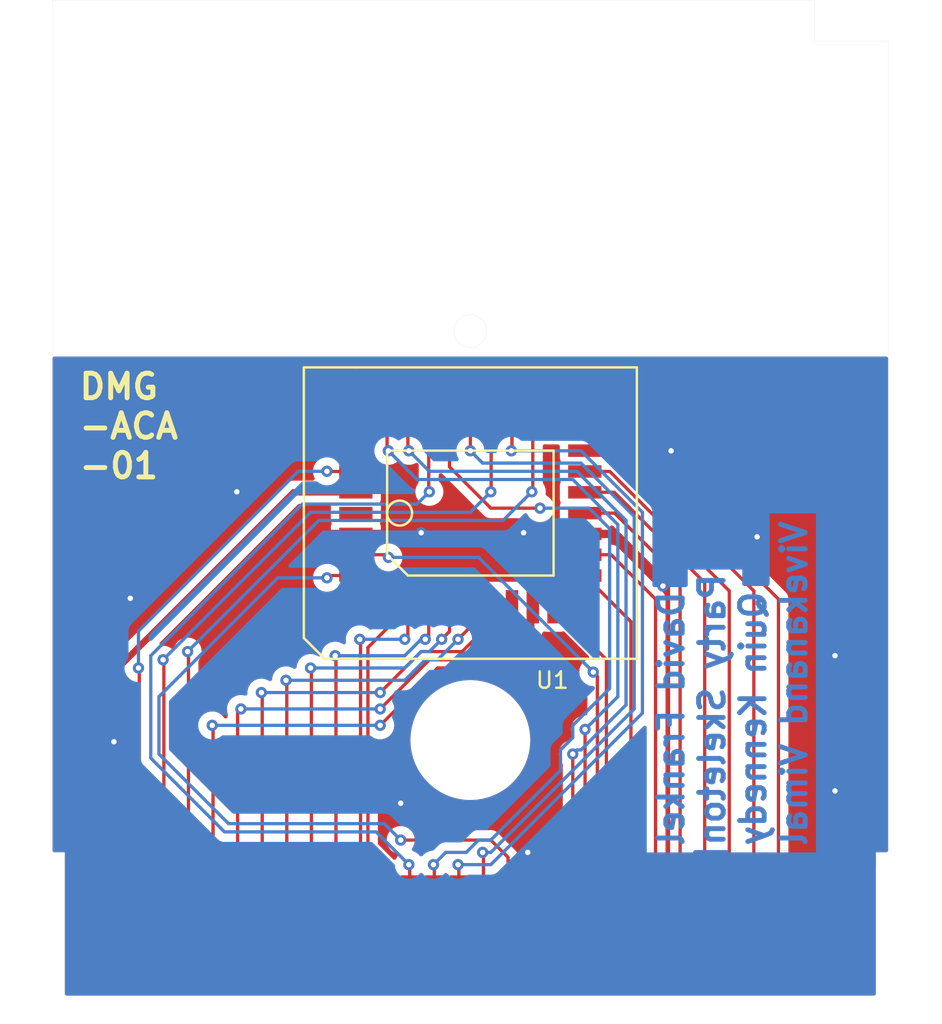
<source format=kicad_pcb>
(kicad_pcb (version 20221018) (generator pcbnew)
  (title_block (title "Basic Gameboy Flash Cartridge"))
  (layers (0 "F.Cu" signal) (31 "B.Cu" signal) (36 "B.SilkS" user "B.Silkscreen") (37 "F.SilkS" user "F.Silkscreen") (38 "B.Mask" user) (39 "F.Mask" user) (44 "Edge.Cuts" user))
  (net 0 "")
  (net 1 "Net-(U1-Pad1)")
  (net 2 "GND")
  (net 3 "Net-(P1-Pad21)")
  (net 4 "Net-(P1-Pad18)")
  (net 5 "Net-(P1-Pad13)")
  (net 6 "Net-(P1-Pad12)")
  (net 7 "Net-(P1-Pad11)")
  (net 8 "Net-(P1-Pad10)")
  (net 9 "Net-(P1-Pad9)")
  (net 10 "Net-(P1-Pad8)")
  (net 11 "Net-(P1-Pad7)")
  (net 12 "Net-(P1-Pad6)")
  (net 13 "Net-(P1-Pad22)")
  (net 14 "Net-(P1-Pad23)")
  (net 15 "Net-(P1-Pad24)")
  (net 16 "Net-(P1-Pad25)")
  (net 17 "Net-(P1-Pad26)")
  (net 18 "Net-(P1-Pad27)")
  (net 19 "Net-(P1-Pad28)")
  (net 20 "Net-(P1-Pad29)")
  (net 21 "Net-(P1-Pad5)")
  (net 22 "Net-(P1-Pad16)")
  (net 23 "Net-(P1-Pad4)")
  (net 24 "Net-(P1-Pad17)")
  (net 25 "Net-(P1-Pad15)")
  (net 26 "Net-(P1-Pad14)")
  (net 27 "Net-(P1-Pad19)")
  (net 28 "Net-(P1-Pad20)")
  (net 29 "Net-(U1-Pad30)")
  (net 30 "Net-(P1-Pad3)")
  (net 31 "VCC")
  (net 32 "Net-(P1-Pad2)")
  (net 33 "Net-(P1-Pad30)")
  (net 34 "Net-(P1-Pad31)")
  (footprint "SMD_Packages:PLCC-32" (layer "F.Cu") (at 176.5 132.3 90)
    (fp_text reference "U1" (at -10.2 5 180) (layer "F.SilkS"))
    (fp_text value "SST39SF010")
    (fp_line (start -8.89 -8.89) (end -7.62 -10.16) (stroke (width 0.15)) (layer "F.SilkS"))
    (fp_line (start -8.89 10.16) (end -8.89 -8.89) (stroke (width 0.15)) (layer "F.SilkS"))
    (fp_line (start -7.62 -10.16) (end 8.89 -10.16) (stroke (width 0.15)) (layer "F.SilkS"))
    (fp_line (start -3.81 -3.81) (end -3.81 5.08) (stroke (width 0.15)) (layer "F.SilkS"))
    (fp_line (start -3.81 5.08) (end 3.81 5.08) (stroke (width 0.15)) (layer "F.SilkS"))
    (fp_line (start -2.54 -5.08) (end -3.81 -3.81) (stroke (width 0.15)) (layer "F.SilkS"))
    (fp_line (start 3.81 -5.08) (end -2.54 -5.08) (stroke (width 0.15)) (layer "F.SilkS"))
    (fp_line (start 3.81 5.08) (end 3.81 -5.08) (stroke (width 0.15)) (layer "F.SilkS"))
    (fp_line (start 8.89 -10.16) (end 8.89 -6.985) (stroke (width 0.15)) (layer "F.SilkS"))
    (fp_line (start 8.89 -6.985) (end 8.89 10.16) (stroke (width 0.15)) (layer "F.SilkS"))
    (fp_line (start 8.89 10.16) (end -8.89 10.16) (stroke (width 0.15)) (layer "F.SilkS"))
    (fp_circle (center 0 -4.318) (end 0 -5.08) (stroke (width 0.15)) (fill none) (layer "F.SilkS"))
    (pad "1" smd rect (at 0 -6.985 90) (size 0.762 2.032) (layers "F.Cu" "F.Mask") (net 1 "Net-(U1-Pad1)"))
    (pad "2" smd rect (at -1.27 -6.985 90) (size 0.762 2.032) (layers "F.Cu" "F.Mask") (net 2 "GND"))
    (pad "3" smd rect (at -2.54 -6.985 90) (size 0.762 2.032) (layers "F.Cu" "F.Mask") (net 3 "Net-(P1-Pad21)"))
    (pad "4" smd rect (at -3.81 -6.985 90) (size 0.762 2.032) (layers "F.Cu" "F.Mask") (net 4 "Net-(P1-Pad18)"))
    (pad "5" smd rect (at -5.715 -5.08 90) (size 2.032 0.762) (layers "F.Cu" "F.Mask") (net 5 "Net-(P1-Pad13)"))
    (pad "6" smd rect (at -5.715 -3.81 90) (size 2.032 0.762) (layers "F.Cu" "F.Mask") (net 6 "Net-(P1-Pad12)"))
    (pad "7" smd rect (at -5.715 -2.54 90) (size 2.032 0.762) (layers "F.Cu" "F.Mask") (net 7 "Net-(P1-Pad11)"))
    (pad "8" smd rect (at -5.715 -1.27 90) (size 2.032 0.762) (layers "F.Cu" "F.Mask") (net 8 "Net-(P1-Pad10)"))
    (pad "9" smd rect (at -5.715 0 90) (size 2.032 0.762) (layers "F.Cu" "F.Mask") (net 9 "Net-(P1-Pad9)"))
    (pad "10" smd rect (at -5.715 1.27 90) (size 2.032 0.762) (layers "F.Cu" "F.Mask") (net 10 "Net-(P1-Pad8)"))
    (pad "11" smd rect (at -5.715 2.54 90) (size 2.032 0.762) (layers "F.Cu" "F.Mask") (net 11 "Net-(P1-Pad7)"))
    (pad "12" smd rect (at -5.715 3.81 90) (size 2.032 0.762) (layers "F.Cu" "F.Mask") (net 12 "Net-(P1-Pad6)"))
    (pad "13" smd rect (at -5.715 5.08 90) (size 2.032 0.762) (layers "F.Cu" "F.Mask") (net 13 "Net-(P1-Pad22)"))
    (pad "14" smd rect (at -3.81 6.985 90) (size 0.762 2.032) (layers "F.Cu" "F.Mask") (net 14 "Net-(P1-Pad23)"))
    (pad "15" smd rect (at -2.54 6.985 90) (size 0.762 2.032) (layers "F.Cu" "F.Mask") (net 15 "Net-(P1-Pad24)"))
    (pad "16" smd rect (at -1.27 6.985 90) (size 0.762 2.032) (layers "F.Cu" "F.Mask") (net 2 "GND"))
    (pad "17" smd rect (at 0 6.985 90) (size 0.762 2.032) (layers "F.Cu" "F.Mask") (net 16 "Net-(P1-Pad25)"))
    (pad "18" smd rect (at 1.27 6.985 90) (size 0.762 2.032) (layers "F.Cu" "F.Mask") (net 17 "Net-(P1-Pad26)"))
    (pad "19" smd rect (at 2.54 6.985 90) (size 0.762 2.032) (layers "F.Cu" "F.Mask") (net 18 "Net-(P1-Pad27)"))
    (pad "20" smd rect (at 3.81 6.985 90) (size 0.762 2.032) (layers "F.Cu" "F.Mask") (net 19 "Net-(P1-Pad28)"))
    (pad "21" smd rect (at 5.715 5.08 90) (size 2.032 0.762) (layers "F.Cu" "F.Mask") (net 20 "Net-(P1-Pad29)"))
    (pad "22" smd rect (at 5.715 3.81 90) (size 2.032 0.762) (layers "F.Cu" "F.Mask") (net 21 "Net-(P1-Pad5)"))
    (pad "23" smd rect (at 5.715 2.54 90) (size 2.032 0.762) (layers "F.Cu" "F.Mask") (net 22 "Net-(P1-Pad16)"))
    (pad "24" smd rect (at 5.715 1.27 90) (size 2.032 0.762) (layers "F.Cu" "F.Mask") (net 23 "Net-(P1-Pad4)"))
    (pad "25" smd rect (at 5.715 0 90) (size 2.032 0.762) (layers "F.Cu" "F.Mask") (net 24 "Net-(P1-Pad17)"))
    (pad "26" smd rect (at 5.715 -1.27 90) (size 2.032 0.762) (layers "F.Cu" "F.Mask") (net 25 "Net-(P1-Pad15)"))
    (pad "27" smd rect (at 5.715 -2.54 90) (size 2.032 0.762) (layers "F.Cu" "F.Mask") (net 26 "Net-(P1-Pad14)"))
    (pad "28" smd rect (at 5.715 -3.81 90) (size 2.032 0.762) (layers "F.Cu" "F.Mask") (net 27 "Net-(P1-Pad19)"))
    (pad "29" smd rect (at 5.715 -5.08 90) (size 2.032 0.762) (layers "F.Cu" "F.Mask") (net 28 "Net-(P1-Pad20)"))
    (pad "30" smd rect (at 3.81 -6.985 90) (size 0.762 2.032) (layers "F.Cu" "F.Mask") (net 29 "Net-(U1-Pad30)"))
    (pad "31" smd rect (at 2.54 -6.985 90) (size 0.762 2.032) (layers "F.Cu" "F.Mask") (net 30 "Net-(P1-Pad3)"))
    (pad "32" smd rect (at 1.27 -6.985 90) (size 0.762 2.032) (layers "F.Cu" "F.Mask") (net 31 "VCC"))
  )
  (footprint "edge_connectors:GamePak_32" (layer "F.Cu") (at 176.55 157.9)
    (fp_text reference "P1" hide)
    (fp_text value "CONN_01X32" hide)
    (pad "1" connect rect (at -23.45 0) (size 1.5 7) (layers "F.Cu") (net 31 "VCC"))
    (pad "2" connect rect (at -21.75 0) (size 1.1 7) (layers "F.Cu") (net 32 "Net-(P1-Pad2)"))
    (pad "3" connect rect (at -20.25 0) (size 1.1 7) (layers "F.Cu") (net 30 "Net-(P1-Pad3)"))
    (pad "4" connect rect (at -18.75 0) (size 1.1 7) (layers "F.Cu") (net 23 "Net-(P1-Pad4)"))
    (pad "5" connect rect (at -17.25 0) (size 1.1 7) (layers "F.Cu") (net 21 "Net-(P1-Pad5)"))
    (pad "6" connect rect (at -15.75 0) (size 1.1 7) (layers "F.Cu") (net 12 "Net-(P1-Pad6)"))
    (pad "7" connect rect (at -14.25 0) (size 1.1 7) (layers "F.Cu") (net 11 "Net-(P1-Pad7)"))
    (pad "8" connect rect (at -12.75 0) (size 1.1 7) (layers "F.Cu") (net 10 "Net-(P1-Pad8)"))
    (pad "9" connect rect (at -11.25 0) (size 1.1 7) (layers "F.Cu") (net 9 "Net-(P1-Pad9)"))
    (pad "10" connect rect (at -9.75 0) (size 1.1 7) (layers "F.Cu") (net 8 "Net-(P1-Pad10)"))
    (pad "11" connect rect (at -8.25 0) (size 1.1 7) (layers "F.Cu") (net 7 "Net-(P1-Pad11)"))
    (pad "12" connect rect (at -6.75 0) (size 1.1 7) (layers "F.Cu") (net 6 "Net-(P1-Pad12)"))
    (pad "13" connect rect (at -5.25 0) (size 1.1 7) (layers "F.Cu") (net 5 "Net-(P1-Pad13)"))
    (pad "14" connect rect (at -3.75 0) (size 1.1 7) (layers "F.Cu") (net 26 "Net-(P1-Pad14)"))
    (pad "15" connect rect (at -2.25 0) (size 1.1 7) (layers "F.Cu") (net 25 "Net-(P1-Pad15)"))
    (pad "16" connect rect (at -0.75 0) (size 1.1 7) (layers "F.Cu") (net 22 "Net-(P1-Pad16)"))
    (pad "17" connect rect (at 0.75 0) (size 1.1 7) (layers "F.Cu") (net 24 "Net-(P1-Pad17)"))
    (pad "18" connect rect (at 2.25 0) (size 1.1 7) (layers "F.Cu") (net 4 "Net-(P1-Pad18)"))
    (pad "19" connect rect (at 3.75 0) (size 1.1 7) (layers "F.Cu") (net 27 "Net-(P1-Pad19)"))
    (pad "20" connect rect (at 5.25 0) (size 1.1 7) (layers "F.Cu") (net 28 "Net-(P1-Pad20)"))
    (pad "21" connect rect (at 6.75 0) (size 1.1 7) (layers "F.Cu") (net 3 "Net-(P1-Pad21)"))
    (pad "22" connect rect (at 8.25 0) (size 1.1 7) (layers "F.Cu") (net 13 "Net-(P1-Pad22)"))
    (pad "23" connect rect (at 9.75 0) (size 1.1 7) (layers "F.Cu") (net 14 "Net-(P1-Pad23)"))
    (pad "24" connect rect (at 11.25 0) (size 1.1 7) (layers "F.Cu") (net 15 "Net-(P1-Pad24)"))
    (pad "25" connect rect (at 12.75 0) (size 1.1 7) (layers "F.Cu") (net 16 "Net-(P1-Pad25)"))
    (pad "26" connect rect (at 14.25 0) (size 1.1 7) (layers "F.Cu") (net 17 "Net-(P1-Pad26)"))
    (pad "27" connect rect (at 15.75 0) (size 1.1 7) (layers "F.Cu") (net 18 "Net-(P1-Pad27)"))
    (pad "28" connect rect (at 17.25 0) (size 1.1 7) (layers "F.Cu") (net 19 "Net-(P1-Pad28)"))
    (pad "29" connect rect (at 18.75 0) (size 1.1 7) (layers "F.Cu") (net 20 "Net-(P1-Pad29)"))
    (pad "30" connect rect (at 20.25 0) (size 1.1 7) (layers "F.Cu") (net 33 "Net-(P1-Pad30)"))
    (pad "31" connect rect (at 21.75 0) (size 1.1 7) (layers "F.Cu") (net 34 "Net-(P1-Pad31)"))
    (pad "32" connect rect (at 23.45 0) (size 1.5 7) (layers "F.Cu") (net 2 "GND"))
  )
  (gr_line (start 151 153) (end 151 101) (stroke (width 0.01)) (layer "Edge.Cuts"))
  (gr_line (start 151.75 153) (end 151 153) (stroke (width 0.01)) (layer "Edge.Cuts"))
  (gr_line (start 201.25 153) (end 201.25 161.75) (stroke (width 0.01)) (layer "Edge.Cuts"))
  (gr_line (start 202 103.5) (end 202 153) (stroke (width 0.01)) (layer "Edge.Cuts"))
  (gr_line (start 151.75 161.75) (end 151.75 153) (stroke (width 0.01)) (layer "Edge.Cuts"))
  (gr_circle (center 176.5 146.15) (end 180.15 146.15) (stroke (width 0.01)) (fill none) (layer "Edge.Cuts"))
  (gr_line (start 202 153) (end 201.25 153) (stroke (width 0.01)) (layer "Edge.Cuts"))
  (gr_circle (center 176.5 121.2) (end 177.5 121.2) (stroke (width 0.01)) (fill none) (layer "Edge.Cuts"))
  (gr_line (start 197.5 101) (end 197.5 103.5) (stroke (width 0.01)) (layer "Edge.Cuts"))
  (gr_line (start 201.25 161.75) (end 151.75 161.75) (stroke (width 0.01)) (layer "Edge.Cuts"))
  (gr_line (start 197.5 103.5) (end 202 103.5) (stroke (width 0.01)) (layer "Edge.Cuts"))
  (gr_line (start 151 101) (end 197.5 101) (stroke (width 0.01)) (layer "Edge.Cuts"))
  (gr_text "David Frankel" (at 188.75 152.75 90) (layer "B.Cu") (effects (font (size 1.5 1.5) (thickness 0.3)) (justify right mirror)))
  (gr_text "Quin Kennedy" (at 193.75 152.75 90) (layer "B.Cu") (effects (font (size 1.5 1.5) (thickness 0.3)) (justify right mirror)))
  (gr_text "Vivekanand Vimal" (at 196.25 152.75 90) (layer "B.Cu") (effects (font (size 1.5 1.5) (thickness 0.3)) (justify right mirror)))
  (gr_text "Party Skeleton" (at 191.25 152.75 90) (layer "B.Cu") (effects (font (size 1.5 1.5) (thickness 0.3)) (justify right mirror)))
  (gr_text "DMG\n-ACA\n-01" (at 152.5 127) (layer "F.SilkS") (effects (font (size 1.5 1.5) (thickness 0.3)) (justify left)))
  (segment (start 200 150.5) (end 198.75 149.25) (width 0.2) (layer "F.Cu") (net 2))
  (segment (start 198.75 141) (end 198.75 139) (width 0.2) (layer "F.Cu") (net 2))
  (segment (start 198.75 139) (end 194 134.25) (width 0.2) (layer "F.Cu") (net 2))
  (segment (start 194 134.25) (end 194 133.75) (width 0.2) (layer "F.Cu") (net 2))
  (segment (start 188.75 128.5) (end 184.75 124.5) (width 0.2) (layer "F.Cu") (net 2))
  (segment (start 184.75 124.5) (end 168.75 124.5) (width 0.2) (layer "F.Cu") (net 2))
  (segment (start 168.75 124.5) (end 162.25 131) (width 0.2) (layer "F.Cu") (net 2))
  (segment (start 180 153) (end 178.25 151.25) (width 0.2) (layer "F.Cu") (net 2))
  (segment (start 178.25 151.25) (end 173.5 151.25) (width 0.2) (layer "F.Cu") (net 2))
  (segment (start 172.25 150) (end 173.5 151.25) (width 0.2) (layer "F.Cu") (net 2))
  (segment (start 179.82 133.57) (end 179.75 133.5) (width 0.2) (layer "F.Cu") (net 2))
  (segment (start 173.5 133.5) (end 173.43 133.57) (width 0.2) (layer "F.Cu") (net 2))
  (segment (start 173.43 133.57) (end 169.515 133.57) (width 0.2) (layer "F.Cu") (net 2))
  (segment (start 200 157.9) (end 200 150.5) (width 0.2) (layer "F.Cu") (net 2))
  (segment (start 183.485 133.57) (end 179.82 133.57) (width 0.2) (layer "F.Cu") (net 2))
  (via (at 179.75 133.5) (size 0.6858) (drill 0.3302) (layers "F.Cu" "B.Cu") (net 2))
  (via (at 162.25 131) (size 0.6858) (drill 0.3302) (layers "F.Cu" "B.Cu") (net 2))
  (via (at 188.25 136.75) (size 0.6858) (drill 0.3302) (layers "F.Cu" "B.Cu") (net 2))
  (via (at 194 133.75) (size 0.6858) (drill 0.3302) (layers "F.Cu" "B.Cu") (net 2))
  (via (at 173.5 133.5) (size 0.6858) (drill 0.3302) (layers "F.Cu" "B.Cu") (net 2))
  (via (at 198.75 149.25) (size 0.6858) (drill 0.3302) (layers "F.Cu" "B.Cu") (net 2))
  (via (at 154.75 146.25) (size 0.6858) (drill 0.3302) (layers "F.Cu" "B.Cu") (net 2))
  (via (at 155.75 137.5) (size 0.6858) (drill 0.3302) (layers "F.Cu" "B.Cu") (net 2))
  (via (at 172.25 150) (size 0.6858) (drill 0.3302) (layers "F.Cu" "B.Cu") (net 2))
  (via (at 188.75 128.5) (size 0.6858) (drill 0.3302) (layers "F.Cu" "B.Cu") (net 2))
  (via (at 198.75 141) (size 0.6858) (drill 0.3302) (layers "F.Cu" "B.Cu") (net 2))
  (via (at 180 153) (size 0.6858) (drill 0.3302) (layers "F.Cu" "B.Cu") (net 2))
  (segment (start 198.75 149.25) (end 198.75 141) (width 0.2) (layer "B.Cu") (net 2))
  (segment (start 194 133.75) (end 188.75 128.5) (width 0.2) (layer "B.Cu") (net 2))
  (segment (start 162.25 131) (end 155.75 137.5) (width 0.2) (layer "B.Cu") (net 2))
  (segment (start 155.75 137.75) (end 154.75 138.75) (width 0.2) (layer "B.Cu") (net 2))
  (segment (start 154.75 138.75) (end 154.75 146.25) (width 0.2) (layer "B.Cu") (net 2))
  (segment (start 191.25 133.75) (end 188.25 136.75) (width 0.2) (layer "B.Cu") (net 2))
  (segment (start 198.75 155) (end 198.5 155.25) (width 0.2) (layer "B.Cu") (net 2))
  (segment (start 198.5 155.25) (end 182.25 155.25) (width 0.2) (layer "B.Cu") (net 2))
  (segment (start 182.25 155.25) (end 180 153) (width 0.2) (layer "B.Cu") (net 2))
  (segment (start 194 133.75) (end 191.25 133.75) (width 0.2) (layer "B.Cu") (net 2))
  (segment (start 155.75 137.5) (end 155.75 137.75) (width 0.2) (layer "B.Cu") (net 2))
  (segment (start 198.75 151.75) (end 198.75 155) (width 0.2) (layer "B.Cu") (net 2))
  (segment (start 179.75 133.5) (end 173.5 133.5) (width 0.2) (layer "B.Cu") (net 2))
  (segment (start 198.75 151.75) (end 198.75 149.25) (width 0.2) (layer "B.Cu") (net 2))
  (segment (start 183.3 153.7) (end 184.25 152.75) (width 0.2) (layer "F.Cu") (net 3))
  (segment (start 184.25 152.75) (end 184.25 142.25) (width 0.2) (layer "F.Cu") (net 3))
  (segment (start 184.25 142.25) (end 184 142) (width 0.2) (layer "F.Cu") (net 3))
  (segment (start 171.5 135) (end 171.34 134.84) (width 0.2) (layer "F.Cu") (net 3))
  (segment (start 171.34 134.84) (end 169.515 134.84) (width 0.2) (layer "F.Cu") (net 3))
  (segment (start 183.3 157.9) (end 183.3 153.7) (width 0.2) (layer "F.Cu") (net 3))
  (via (at 184 142) (size 0.6858) (drill 0.3302) (layers "F.Cu" "B.Cu") (net 3))
  (via (at 171.5 135) (size 0.6858) (drill 0.3302) (layers "F.Cu" "B.Cu") (net 3))
  (segment (start 184 142) (end 177 135) (width 0.2) (layer "B.Cu") (net 3))
  (segment (start 177 135) (end 171.5 135) (width 0.2) (layer "B.Cu") (net 3))
  (segment (start 178.8 153.3) (end 177.75 152.25) (width 0.2) (layer "F.Cu") (net 4))
  (segment (start 177.75 152.25) (end 172.25 152.25) (width 0.2) (layer "F.Cu") (net 4))
  (segment (start 167.75 136.25) (end 167.89 136.11) (width 0.2) (layer "F.Cu") (net 4))
  (segment (start 169.515 136.11) (end 167.89 136.11) (width 0.2) (layer "F.Cu") (net 4))
  (segment (start 178.8 153.3) (end 178.8 157.9) (width 0.2) (layer "F.Cu") (net 4))
  (via (at 172.25 152.25) (size 0.6858) (drill 0.3302) (layers "F.Cu" "B.Cu") (net 4))
  (via (at 167.75 136.25) (size 0.6858) (drill 0.3302) (layers "F.Cu" "B.Cu") (net 4))
  (segment (start 172.25 152.25) (end 171.25 151.25) (width 0.2) (layer "B.Cu") (net 4))
  (segment (start 171.25 151.25) (end 161.75 151.25) (width 0.2) (layer "B.Cu") (net 4))
  (segment (start 161.75 151.25) (end 157.5 147) (width 0.2) (layer "B.Cu") (net 4))
  (segment (start 157.5 147) (end 157.5 146.5) (width 0.2) (layer "B.Cu") (net 4))
  (segment (start 157.5 143.5) (end 164.75 136.25) (width 0.2) (layer "B.Cu") (net 4))
  (segment (start 164.75 136.25) (end 167.75 136.25) (width 0.2) (layer "B.Cu") (net 4))
  (segment (start 157.5 146.5) (end 157.5 143.5) (width 0.2) (layer "B.Cu") (net 4))
  (segment (start 171.3 138.135) (end 171.42 138.015) (width 0.2) (layer "F.Cu") (net 5))
  (segment (start 171.3 153.8) (end 170.25 152.75) (width 0.2) (layer "F.Cu") (net 5))
  (segment (start 170.25 152.75) (end 170.25 140.5) (width 0.2) (layer "F.Cu") (net 5))
  (segment (start 170.25 140.5) (end 171.42 139.33) (width 0.2) (layer "F.Cu") (net 5))
  (segment (start 171.42 139.33) (end 171.42 138.015) (width 0.2) (layer "F.Cu") (net 5))
  (segment (start 171.3 157.9) (end 171.3 153.8) (width 0.2) (layer "F.Cu") (net 5))
  (segment (start 169.8 140.05) (end 169.75 140) (width 0.2) (layer "F.Cu") (net 6))
  (segment (start 172.5 140) (end 172.69 139.81) (width 0.2) (layer "F.Cu") (net 6))
  (segment (start 172.69 139.81) (end 172.69 138.015) (width 0.2) (layer "F.Cu") (net 6))
  (segment (start 169.8 157.9) (end 169.8 140.05) (width 0.2) (layer "F.Cu") (net 6))
  (via (at 169.75 140) (size 0.6858) (drill 0.3302) (layers "F.Cu" "B.Cu") (net 6))
  (via (at 172.5 140) (size 0.6858) (drill 0.3302) (layers "F.Cu" "B.Cu") (net 6))
  (segment (start 169.75 140) (end 172.5 140) (width 0.2) (layer "B.Cu") (net 6))
  (segment (start 168.3 141.05) (end 168.25 141) (width 0.2) (layer "F.Cu") (net 7))
  (segment (start 173.75 140) (end 173.96 139.79) (width 0.2) (layer "F.Cu") (net 7))
  (segment (start 173.96 139.79) (end 173.96 138.015) (width 0.2) (layer "F.Cu") (net 7))
  (segment (start 168.3 157.9) (end 168.3 141.05) (width 0.2) (layer "F.Cu") (net 7))
  (via (at 168.25 141) (size 0.6858) (drill 0.3302) (layers "F.Cu" "B.Cu") (net 7))
  (via (at 173.75 140) (size 0.6858) (drill 0.3302) (layers "F.Cu" "B.Cu") (net 7))
  (segment (start 168.25 141) (end 169 141) (width 0.2) (layer "B.Cu") (net 7))
  (segment (start 169 141) (end 172.5 141) (width 0.2) (layer "B.Cu") (net 7))
  (segment (start 172.5 141) (end 173.5 140) (width 0.2) (layer "B.Cu") (net 7))
  (segment (start 173.5 140) (end 173.75 140) (width 0.2) (layer "B.Cu") (net 7))
  (segment (start 166.8 141.8) (end 166.75 141.75) (width 0.2) (layer "F.Cu") (net 8))
  (segment (start 174.75 140) (end 175.23 139.52) (width 0.2) (layer "F.Cu") (net 8))
  (segment (start 175.23 139.52) (end 175.23 138.015) (width 0.2) (layer "F.Cu") (net 8))
  (segment (start 166.8 157.9) (end 166.8 141.8) (width 0.2) (layer "F.Cu") (net 8))
  (via (at 174.75 140) (size 0.6858) (drill 0.3302) (layers "F.Cu" "B.Cu") (net 8))
  (via (at 166.75 141.75) (size 0.6858) (drill 0.3302) (layers "F.Cu" "B.Cu") (net 8))
  (segment (start 166.75 141.75) (end 172.25 141.75) (width 0.2) (layer "B.Cu") (net 8))
  (segment (start 172.25 141.75) (end 172.5 141.75) (width 0.2) (layer "B.Cu") (net 8))
  (segment (start 172.5 141.75) (end 173.5 140.75) (width 0.2) (layer "B.Cu") (net 8))
  (segment (start 173.5 140.75) (end 174 140.75) (width 0.2) (layer "B.Cu") (net 8))
  (segment (start 174 140.75) (end 174.75 140) (width 0.2) (layer "B.Cu") (net 8))
  (segment (start 165.3 142.55) (end 165.25 142.5) (width 0.2) (layer "F.Cu") (net 9))
  (segment (start 175.75 140) (end 176.5 139.25) (width 0.2) (layer "F.Cu") (net 9))
  (segment (start 176.5 139.25) (end 176.5 138.015) (width 0.2) (layer "F.Cu") (net 9))
  (segment (start 165.3 157.9) (end 165.3 142.55) (width 0.2) (layer "F.Cu") (net 9))
  (via (at 175.75 140) (size 0.6858) (drill 0.3302) (layers "F.Cu" "B.Cu") (net 9))
  (via (at 165.25 142.5) (size 0.6858) (drill 0.3302) (layers "F.Cu" "B.Cu") (net 9))
  (segment (start 165.25 142.5) (end 172.5 142.5) (width 0.2) (layer "B.Cu") (net 9))
  (segment (start 172.5 142.5) (end 173.75 141.25) (width 0.2) (layer "B.Cu") (net 9))
  (segment (start 173.75 141.25) (end 174.5 141.25) (width 0.2) (layer "B.Cu") (net 9))
  (segment (start 174.5 141.25) (end 175.75 140) (width 0.2) (layer "B.Cu") (net 9))
  (segment (start 163.8 143.3) (end 163.75 143.25) (width 0.2) (layer "F.Cu") (net 10))
  (segment (start 177.77 138.98) (end 176 140.75) (width 0.2) (layer "F.Cu") (net 10))
  (segment (start 176 140.75) (end 173.5 140.75) (width 0.2) (layer "F.Cu") (net 10))
  (segment (start 173.5 140.75) (end 171 143.25) (width 0.2) (layer "F.Cu") (net 10))
  (segment (start 163.8 157.9) (end 163.8 143.3) (width 0.2) (layer "F.Cu") (net 10))
  (segment (start 177.77 138.015) (end 177.77 138.98) (width 0.2) (layer "F.Cu") (net 10))
  (via (at 163.75 143.25) (size 0.6858) (drill 0.3302) (layers "F.Cu" "B.Cu") (net 10))
  (via (at 171 143.25) (size 0.6858) (drill 0.3302) (layers "F.Cu" "B.Cu") (net 10))
  (segment (start 163.75 143.25) (end 171 143.25) (width 0.2) (layer "B.Cu") (net 10))
  (segment (start 162.3 144.45) (end 162.5 144.25) (width 0.2) (layer "F.Cu") (net 11))
  (segment (start 171 144.25) (end 174 141.25) (width 0.2) (layer "F.Cu") (net 11))
  (segment (start 174 141.25) (end 177 141.25) (width 0.2) (layer "F.Cu") (net 11))
  (segment (start 177 141.25) (end 178.25 140) (width 0.2) (layer "F.Cu") (net 11))
  (segment (start 178.25 140) (end 179 139.25) (width 0.2) (layer "F.Cu") (net 11))
  (segment (start 179 139.25) (end 179 138.055) (width 0.2) (layer "F.Cu") (net 11))
  (segment (start 179 138.055) (end 179.04 138.015) (width 0.2) (layer "F.Cu") (net 11))
  (segment (start 162.3 157.9) (end 162.3 144.45) (width 0.2) (layer "F.Cu") (net 11))
  (via (at 162.5 144.25) (size 0.6858) (drill 0.3302) (layers "F.Cu" "B.Cu") (net 11))
  (via (at 171 144.25) (size 0.6858) (drill 0.3302) (layers "F.Cu" "B.Cu") (net 11))
  (segment (start 162.5 144.25) (end 171 144.25) (width 0.2) (layer "B.Cu") (net 11))
  (segment (start 160.8 145.3) (end 160.75 145.25) (width 0.2) (layer "F.Cu") (net 12))
  (segment (start 171 145.25) (end 174.5 141.75) (width 0.2) (layer "F.Cu") (net 12))
  (segment (start 174.5 141.75) (end 178 141.75) (width 0.2) (layer "F.Cu") (net 12))
  (segment (start 178 141.75) (end 180.31 139.44) (width 0.2) (layer "F.Cu") (net 12))
  (segment (start 180.31 139.44) (end 180.31 138.015) (width 0.2) (layer "F.Cu") (net 12))
  (segment (start 160.8 157.9) (end 160.8 145.3) (width 0.2) (layer "F.Cu") (net 12))
  (via (at 160.75 145.25) (size 0.6858) (drill 0.3302) (layers "F.Cu" "B.Cu") (net 12))
  (via (at 171 145.25) (size 0.6858) (drill 0.3302) (layers "F.Cu" "B.Cu") (net 12))
  (segment (start 160.75 145.25) (end 171 145.25) (width 0.2) (layer "B.Cu") (net 12))
  (segment (start 184.8 141.235) (end 181.58 138.015) (width 0.2) (layer "F.Cu") (net 13))
  (segment (start 184.8 157.9) (end 184.8 141.235) (width 0.2) (layer "F.Cu") (net 13))
  (segment (start 186.3 138.925) (end 183.485 136.11) (width 0.2) (layer "F.Cu") (net 14))
  (segment (start 186.3 157.9) (end 186.3 138.925) (width 0.2) (layer "F.Cu") (net 14))
  (segment (start 187.8 137.55) (end 185.09 134.84) (width 0.2) (layer "F.Cu") (net 15))
  (segment (start 185.09 134.84) (end 183.485 134.84) (width 0.2) (layer "F.Cu") (net 15))
  (segment (start 187.8 157.9) (end 187.8 137.55) (width 0.2) (layer "F.Cu") (net 15))
  (segment (start 189.3 136.3) (end 185.3 132.3) (width 0.2) (layer "F.Cu") (net 16))
  (segment (start 185.3 132.3) (end 183.485 132.3) (width 0.2) (layer "F.Cu") (net 16))
  (segment (start 189.3 157.9) (end 189.3 136.3) (width 0.2) (layer "F.Cu") (net 16))
  (segment (start 190.8 136.55) (end 185.28 131.03) (width 0.2) (layer "F.Cu") (net 17))
  (segment (start 185.28 131.03) (end 183.485 131.03) (width 0.2) (layer "F.Cu") (net 17))
  (segment (start 190.8 157.9) (end 190.8 136.55) (width 0.2) (layer "F.Cu") (net 17))
  (segment (start 192.3 137.05) (end 185.01 129.76) (width 0.2) (layer "F.Cu") (net 18))
  (segment (start 185.01 129.76) (end 183.485 129.76) (width 0.2) (layer "F.Cu") (net 18))
  (segment (start 192.3 157.9) (end 192.3 137.05) (width 0.2) (layer "F.Cu") (net 18))
  (segment (start 193.8 137.05) (end 185.24 128.49) (width 0.2) (layer "F.Cu") (net 19))
  (segment (start 185.24 128.49) (end 183.485 128.49) (width 0.2) (layer "F.Cu") (net 19))
  (segment (start 193.8 157.9) (end 193.8 137.05) (width 0.2) (layer "F.Cu") (net 19))
  (segment (start 195.3 137.55) (end 184.335 126.585) (width 0.2) (layer "F.Cu") (net 20))
  (segment (start 184.335 126.585) (end 181.58 126.585) (width 0.2) (layer "F.Cu") (net 20))
  (segment (start 195.3 157.9) (end 195.3 137.55) (width 0.2) (layer "F.Cu") (net 20))
  (segment (start 159.3 140.7) (end 159.25 140.75) (width 0.2) (layer "F.Cu") (net 21))
  (segment (start 180.25 131) (end 180.31 130.94) (width 0.2) (layer "F.Cu") (net 21))
  (segment (start 180.31 130.94) (end 180.31 126.585) (width 0.2) (layer "F.Cu") (net 21))
  (segment (start 159.3 157.9) (end 159.3 140.7) (width 0.2) (layer "F.Cu") (net 21))
  (via (at 159.25 140.75) (size 0.6858) (drill 0.3302) (layers "F.Cu" "B.Cu") (net 21))
  (via (at 180.25 131) (size 0.6858) (drill 0.3302) (layers "F.Cu" "B.Cu") (net 21))
  (segment (start 159.25 140.75) (end 167.25 132.75) (width 0.2) (layer "B.Cu") (net 21))
  (segment (start 167.25 132.75) (end 178.5 132.75) (width 0.2) (layer "B.Cu") (net 21))
  (segment (start 178.5 132.75) (end 180.25 131) (width 0.2) (layer "B.Cu") (net 21))
  (segment (start 175.8 153.8) (end 175.75 153.75) (width 0.2) (layer "F.Cu") (net 22))
  (segment (start 179 128.5) (end 179.04 128.46) (width 0.2) (layer "F.Cu") (net 22))
  (segment (start 179.04 128.46) (end 179.04 126.585) (width 0.2) (layer "F.Cu") (net 22))
  (segment (start 175.8 157.9) (end 175.8 153.8) (width 0.2) (layer "F.Cu") (net 22))
  (via (at 175.75 153.75) (size 0.6858) (drill 0.3302) (layers "F.Cu" "B.Cu") (net 22))
  (via (at 179 128.5) (size 0.6858) (drill 0.3302) (layers "F.Cu" "B.Cu") (net 22))
  (segment (start 175.75 153.75) (end 177.75 153.75) (width 0.2) (layer "B.Cu") (net 22))
  (segment (start 177.75 153.75) (end 187 144.5) (width 0.2) (layer "B.Cu") (net 22))
  (segment (start 187 144.5) (end 187 132.25) (width 0.2) (layer "B.Cu") (net 22))
  (segment (start 187 132.25) (end 183.25 128.5) (width 0.2) (layer "B.Cu") (net 22))
  (segment (start 183.25 128.5) (end 179 128.5) (width 0.2) (layer "B.Cu") (net 22))
  (segment (start 179 128.5) (end 179 128.5) (width 0.2) (layer "B.Cu") (net 22))
  (segment (start 157.8 141.2) (end 157.75 141.25) (width 0.2) (layer "F.Cu") (net 23))
  (segment (start 177.75 131) (end 177.77 130.98) (width 0.2) (layer "F.Cu") (net 23))
  (segment (start 177.77 130.98) (end 177.77 126.585) (width 0.2) (layer "F.Cu") (net 23))
  (segment (start 157.8 157.9) (end 157.8 141.2) (width 0.2) (layer "F.Cu") (net 23))
  (via (at 177.75 131) (size 0.6858) (drill 0.3302) (layers "F.Cu" "B.Cu") (net 23))
  (via (at 157.75 141.25) (size 0.6858) (drill 0.3302) (layers "F.Cu" "B.Cu") (net 23))
  (segment (start 157.75 141.25) (end 166.75 132.25) (width 0.2) (layer "B.Cu") (net 23))
  (segment (start 166.75 132.25) (end 176.5 132.25) (width 0.2) (layer "B.Cu") (net 23))
  (segment (start 176.5 132.25) (end 177.75 131) (width 0.2) (layer "B.Cu") (net 23))
  (segment (start 177.3 153.05) (end 177.25 153) (width 0.2) (layer "F.Cu") (net 24))
  (segment (start 176.5 128.5) (end 176.5 126.585) (width 0.2) (layer "F.Cu") (net 24))
  (segment (start 177.3 157.9) (end 177.3 153.05) (width 0.2) (layer "F.Cu") (net 24))
  (via (at 177.25 153) (size 0.6858) (drill 0.3302) (layers "F.Cu" "B.Cu") (net 24))
  (via (at 176.5 128.5) (size 0.6858) (drill 0.3302) (layers "F.Cu" "B.Cu") (net 24))
  (segment (start 177.25 153) (end 177.75 153) (width 0.2) (layer "B.Cu") (net 24))
  (segment (start 177.75 153) (end 186.5 144.25) (width 0.2) (layer "B.Cu") (net 24))
  (segment (start 186.5 144.25) (end 186.5 132.5) (width 0.2) (layer "B.Cu") (net 24))
  (segment (start 186.5 132.5) (end 183.25 129.25) (width 0.2) (layer "B.Cu") (net 24))
  (segment (start 183.25 129.25) (end 177.25 129.25) (width 0.2) (layer "B.Cu") (net 24))
  (segment (start 177.25 129.25) (end 176.5 128.5) (width 0.2) (layer "B.Cu") (net 24))
  (segment (start 174.3 153.8) (end 174.25 153.75) (width 0.2) (layer "F.Cu") (net 25))
  (segment (start 180.75 132) (end 178.5 132) (width 0.2) (layer "F.Cu") (net 25))
  (segment (start 178.5 132) (end 177.75 132) (width 0.2) (layer "F.Cu") (net 25))
  (segment (start 177.75 132) (end 175.23 129.48) (width 0.2) (layer "F.Cu") (net 25))
  (segment (start 175.23 126.585) (end 175.23 129.48) (width 0.2) (layer "F.Cu") (net 25))
  (segment (start 174.3 153.8) (end 174.3 157.9) (width 0.2) (layer "F.Cu") (net 25))
  (via (at 180.75 132) (size 0.6858) (drill 0.3302) (layers "F.Cu" "B.Cu") (net 25))
  (via (at 174.25 153.75) (size 0.6858) (drill 0.3302) (layers "F.Cu" "B.Cu") (net 25))
  (segment (start 174.25 153.75) (end 175 153) (width 0.2) (layer "B.Cu") (net 25))
  (segment (start 175 153) (end 176.25 153) (width 0.2) (layer "B.Cu") (net 25))
  (segment (start 176.25 153) (end 177 152.25) (width 0.2) (layer "B.Cu") (net 25))
  (segment (start 177 152.25) (end 177.75 152.25) (width 0.2) (layer "B.Cu") (net 25))
  (segment (start 177.75 152.25) (end 182 148) (width 0.2) (layer "B.Cu") (net 25))
  (segment (start 182 148) (end 182 146.75) (width 0.2) (layer "B.Cu") (net 25))
  (segment (start 182.75 146) (end 182.75 145.25) (width 0.2) (layer "B.Cu") (net 25))
  (segment (start 182.75 145.25) (end 185 143) (width 0.2) (layer "B.Cu") (net 25))
  (segment (start 185 143) (end 185 133.25) (width 0.2) (layer "B.Cu") (net 25))
  (segment (start 185 133.25) (end 183.75 132) (width 0.2) (layer "B.Cu") (net 25))
  (segment (start 183.75 132) (end 180.75 132) (width 0.2) (layer "B.Cu") (net 25))
  (segment (start 182.75 146) (end 182 146.75) (width 0.2) (layer "B.Cu") (net 25))
  (segment (start 172.8 153.8) (end 172.75 153.75) (width 0.2) (layer "F.Cu") (net 26))
  (segment (start 174 131) (end 173.96 130.96) (width 0.2) (layer "F.Cu") (net 26))
  (segment (start 173.96 130.96) (end 173.96 126.585) (width 0.2) (layer "F.Cu") (net 26))
  (segment (start 172.8 157.9) (end 172.8 153.8) (width 0.2) (layer "F.Cu") (net 26))
  (via (at 174 131) (size 0.6858) (drill 0.3302) (layers "F.Cu" "B.Cu") (net 26))
  (via (at 172.75 153.75) (size 0.6858) (drill 0.3302) (layers "F.Cu" "B.Cu") (net 26))
  (segment (start 172.75 153.75) (end 170.75 151.75) (width 0.2) (layer "B.Cu") (net 26))
  (segment (start 170.75 151.75) (end 161.5 151.75) (width 0.2) (layer "B.Cu") (net 26))
  (segment (start 161.5 151.75) (end 157 147.25) (width 0.2) (layer "B.Cu") (net 26))
  (segment (start 157 147.25) (end 157 141) (width 0.2) (layer "B.Cu") (net 26))
  (segment (start 157 141) (end 166.25 131.75) (width 0.2) (layer "B.Cu") (net 26))
  (segment (start 166.25 131.75) (end 173.25 131.75) (width 0.2) (layer "B.Cu") (net 26))
  (segment (start 173.25 131.75) (end 174 131) (width 0.2) (layer "B.Cu") (net 26))
  (segment (start 182.8 147.05) (end 182.75 147) (width 0.2) (layer "F.Cu") (net 27))
  (segment (start 172.75 128.5) (end 172.69 128.44) (width 0.2) (layer "F.Cu") (net 27))
  (segment (start 172.69 126.585) (end 172.69 128.44) (width 0.2) (layer "F.Cu") (net 27))
  (segment (start 180.25 153.75) (end 182.75 151.25) (width 0.2) (layer "F.Cu") (net 27))
  (segment (start 182.75 151.25) (end 182.75 147) (width 0.2) (layer "F.Cu") (net 27))
  (segment (start 180.3 157.9) (end 180.25 153.75) (width 0.2) (layer "F.Cu") (net 27))
  (via (at 182.75 147) (size 0.6858) (drill 0.3302) (layers "F.Cu" "B.Cu") (net 27))
  (via (at 172.75 128.5) (size 0.6858) (drill 0.3302) (layers "F.Cu" "B.Cu") (net 27))
  (segment (start 186 144) (end 186 132.75) (width 0.2) (layer "B.Cu") (net 27))
  (segment (start 186 132.75) (end 183 129.75) (width 0.2) (layer "B.Cu") (net 27))
  (segment (start 183 129.75) (end 174 129.75) (width 0.2) (layer "B.Cu") (net 27))
  (segment (start 174 129.75) (end 172.75 128.5) (width 0.2) (layer "B.Cu") (net 27))
  (segment (start 183.25 146.75) (end 183 146.75) (width 0.2) (layer "B.Cu") (net 27))
  (segment (start 183 146.75) (end 182.75 147) (width 0.2) (layer "B.Cu") (net 27))
  (segment (start 186 144) (end 183.25 146.75) (width 0.2) (layer "B.Cu") (net 27))
  (segment (start 183.55 145.55) (end 183.5 145.5) (width 0.2) (layer "F.Cu") (net 28))
  (segment (start 171.5 128.5) (end 171.42 128.42) (width 0.2) (layer "F.Cu") (net 28))
  (segment (start 171.42 128.42) (end 171.42 126.585) (width 0.2) (layer "F.Cu") (net 28))
  (segment (start 181.8 153.7) (end 183.5 152) (width 0.2) (layer "F.Cu") (net 28))
  (segment (start 183.5 152) (end 183.5 145.5) (width 0.2) (layer "F.Cu") (net 28))
  (segment (start 181.8 157.9) (end 181.8 153.7) (width 0.2) (layer "F.Cu") (net 28))
  (via (at 171.5 128.5) (size 0.6858) (drill 0.3302) (layers "F.Cu" "B.Cu") (net 28))
  (via (at 183.5 145.5) (size 0.6858) (drill 0.3302) (layers "F.Cu" "B.Cu") (net 28))
  (segment (start 183.5 145.5) (end 185.5 143.5) (width 0.2) (layer "B.Cu") (net 28))
  (segment (start 185.5 143.5) (end 185.5 133) (width 0.2) (layer "B.Cu") (net 28))
  (segment (start 185.5 133) (end 182.75 130.25) (width 0.2) (layer "B.Cu") (net 28))
  (segment (start 182.75 130.25) (end 173.25 130.25) (width 0.2) (layer "B.Cu") (net 28))
  (segment (start 173.25 130.25) (end 171.5 128.5) (width 0.2) (layer "B.Cu") (net 28))
  (segment (start 156.3 141.8) (end 156.25 141.75) (width 0.2) (layer "F.Cu") (net 30))
  (segment (start 167.75 129.75) (end 167.76 129.76) (width 0.2) (layer "F.Cu") (net 30))
  (segment (start 167.76 129.76) (end 169.515 129.76) (width 0.2) (layer "F.Cu") (net 30))
  (segment (start 156.3 157.9) (end 156.3 141.8) (width 0.2) (layer "F.Cu") (net 30))
  (via (at 156.25 141.75) (size 0.6858) (drill 0.3302) (layers "F.Cu" "B.Cu") (net 30))
  (via (at 167.75 129.75) (size 0.6858) (drill 0.3302) (layers "F.Cu" "B.Cu") (net 30))
  (segment (start 156.25 141.75) (end 156.25 139.5) (width 0.2) (layer "B.Cu") (net 30))
  (segment (start 156.25 139.5) (end 166 129.75) (width 0.2) (layer "B.Cu") (net 30))
  (segment (start 166 129.75) (end 167.75 129.75) (width 0.2) (layer "B.Cu") (net 30))
  (segment (start 153.1 143.65) (end 165.72 131.03) (width 0.4) (layer "F.Cu") (net 31))
  (segment (start 165.72 131.03) (end 166.75 131.03) (width 0.4) (layer "F.Cu") (net 31))
  (segment (start 166.75 131.03) (end 169.515 131.03) (width 0.4) (layer "F.Cu") (net 31))
  (segment (start 153.1 157.9) (end 153.1 143.65) (width 0.4) (layer "F.Cu") (net 31))
  (zone (net 2) (net_name "GND") (layer "F.Cu") (connect_pads (clearance 0.508)) (min_thickness 0.254) (fill yes (thermal_gap 0.508) (thermal_bridge_width 0.508) (smoothing chamfer))
    (polygon (pts (xy 149.75 122.75) (xy 204 122.75) (xy 204 163.5) (xy 149.75 163.5)))
  )
  (zone (net 2) (net_name "GND") (layer "B.Cu") (connect_pads (clearance 0.508)) (min_thickness 0.254) (fill yes (thermal_gap 0.508) (thermal_bridge_width 0.508) (smoothing chamfer))
    (polygon (pts (xy 149.75 122.75) (xy 204 122.75) (xy 204 163.5) (xy 149.75 163.5)))
  )
)
</source>
